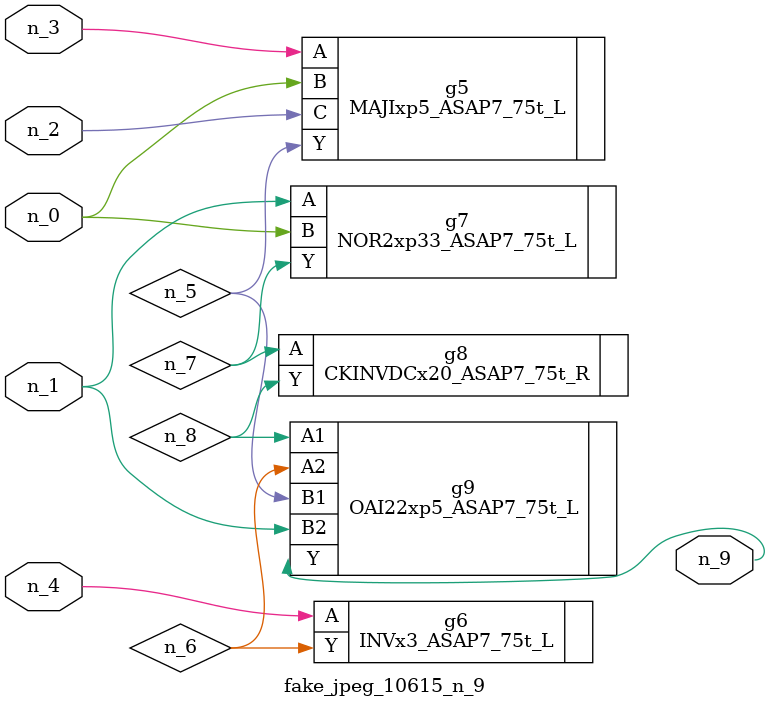
<source format=v>
module fake_jpeg_10615_n_9 (n_3, n_2, n_1, n_0, n_4, n_9);

input n_3;
input n_2;
input n_1;
input n_0;
input n_4;

output n_9;

wire n_8;
wire n_6;
wire n_5;
wire n_7;

MAJIxp5_ASAP7_75t_L g5 ( 
.A(n_3),
.B(n_0),
.C(n_2),
.Y(n_5)
);

INVx3_ASAP7_75t_L g6 ( 
.A(n_4),
.Y(n_6)
);

NOR2xp33_ASAP7_75t_L g7 ( 
.A(n_1),
.B(n_0),
.Y(n_7)
);

CKINVDCx20_ASAP7_75t_R g8 ( 
.A(n_7),
.Y(n_8)
);

OAI22xp5_ASAP7_75t_L g9 ( 
.A1(n_8),
.A2(n_6),
.B1(n_5),
.B2(n_1),
.Y(n_9)
);


endmodule
</source>
